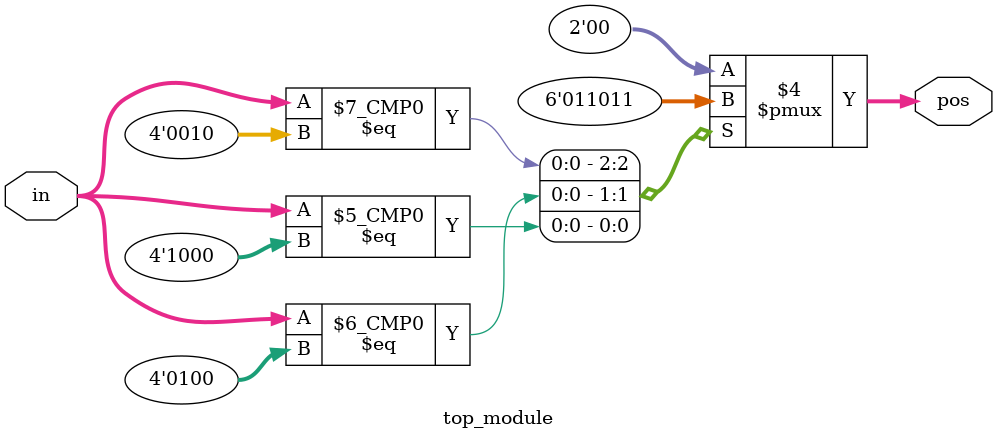
<source format=sv>
module top_module (
	input [3:0] in,
	output reg [1:0] pos
);

always @(*)
begin
	case(in)
		4'b0001: pos = 2'b00;
		4'b0010: pos = 2'b01;
		4'b0100: pos = 2'b10;
		4'b1000: pos = 2'b11;
		4'b0000: pos = 2'b00;
		default: pos = 2'b00;
	endcase
end

endmodule

</source>
